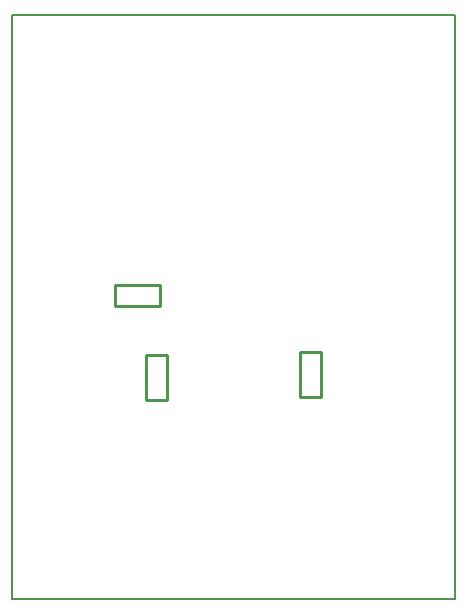
<source format=gm1>
%FSLAX25Y25*%
%MOIN*%
G70*
G01*
G75*
G04 Layer_Color=16711935*
%ADD10C,0.01244*%
%ADD11C,0.01772*%
%ADD12C,0.00787*%
%ADD13C,0.01000*%
%ADD14C,0.01575*%
%ADD15R,0.01969X0.01969*%
%ADD16R,0.01969X0.01969*%
%ADD17R,0.19291X0.19291*%
%ADD18O,0.00984X0.02756*%
%ADD19O,0.02756X0.00984*%
%ADD20R,0.04134X0.04134*%
%ADD21R,0.04134X0.08858*%
%ADD22R,0.01083X0.00984*%
%ADD23R,0.01083X0.01969*%
%ADD24R,0.03150X0.06693*%
%ADD25R,0.07992X0.05000*%
%ADD26R,0.05512X0.04724*%
%ADD27R,0.12992X0.12992*%
%ADD28O,0.00984X0.03150*%
%ADD29O,0.03150X0.00984*%
%ADD30R,0.03937X0.01575*%
%ADD31R,0.03150X0.03543*%
%ADD32R,0.03543X0.03150*%
%ADD33C,0.00787*%
%ADD34R,0.02362X0.01969*%
%ADD35C,0.05906*%
%ADD36O,0.02559X0.00984*%
%ADD37O,0.00984X0.02559*%
%ADD38R,0.11024X0.11024*%
%ADD39R,0.03543X0.06299*%
%ADD40R,0.04921X0.07874*%
%ADD41R,0.05118X0.06693*%
%ADD42O,0.02559X0.00787*%
%ADD43O,0.00787X0.02559*%
%ADD44R,0.03307X0.04803*%
%ADD45R,0.01740X0.01378*%
%ADD46R,0.01772X0.00984*%
%ADD47R,0.02756X0.06299*%
%ADD48C,0.01264*%
%ADD49C,0.01969*%
%ADD50C,0.00866*%
%ADD51C,0.00709*%
%ADD52C,0.00800*%
%ADD53C,0.00591*%
%ADD54C,0.00669*%
%ADD55C,0.00984*%
%ADD56C,0.01181*%
%ADD57C,0.01378*%
%ADD58C,0.01410*%
%ADD59R,0.01953X0.01969*%
%ADD60R,0.02953X0.01969*%
%ADD61R,0.05906X0.04134*%
%ADD62R,0.04423X0.05873*%
%ADD63R,0.09700X0.03900*%
%ADD64R,0.06400X0.04800*%
%ADD65R,0.02400X0.02800*%
%ADD66R,0.02800X0.02400*%
%ADD67R,0.02500X0.02800*%
%ADD68R,0.15900X0.01100*%
%ADD69R,0.02589X0.09647*%
%ADD70R,0.01975X0.09510*%
%ADD71R,0.05649X0.04800*%
%ADD72R,0.18046X0.01322*%
%ADD73R,0.18000X0.02233*%
%ADD74R,0.01364X0.08514*%
%ADD75R,0.01331X0.08465*%
%ADD76R,0.22123X0.02927*%
%ADD77R,0.09823X0.14573*%
%ADD78R,0.08600X0.05500*%
%ADD79R,0.08100X0.05600*%
%ADD80R,0.03700X0.03400*%
%ADD81R,0.06197X0.04400*%
%ADD82R,0.22700X0.03200*%
%ADD83R,0.08421X0.04909*%
%ADD84R,0.01422X0.05191*%
%ADD85R,0.01545X0.00445*%
%ADD86R,0.01558X0.02675*%
%ADD87R,0.04000X0.02020*%
%ADD88C,0.02165*%
%ADD89C,0.01969*%
%ADD90C,0.01575*%
%ADD91C,0.01772*%
%ADD92C,0.11811*%
%ADD93C,0.03543*%
%ADD94C,0.02598*%
%ADD95C,0.02756*%
%ADD96C,0.02559*%
%ADD97C,0.02362*%
%ADD98C,0.02756*%
%ADD99C,0.03937*%
%ADD100R,0.04724X0.05315*%
%ADD101R,0.03937X0.01378*%
%ADD102R,0.03937X0.05709*%
%ADD103R,0.05000X0.07992*%
%ADD104R,0.09843X0.06890*%
%ADD105R,0.00906X0.03150*%
%ADD106R,0.06299X0.09843*%
%ADD107R,0.04724X0.19685*%
%ADD108R,0.06299X0.11811*%
%ADD109O,0.00591X0.01969*%
%ADD110O,0.02953X0.00984*%
%ADD111O,0.00984X0.02953*%
%ADD112R,0.07087X0.07480*%
%ADD113R,0.09055X0.07480*%
%ADD114R,0.01575X0.05512*%
%ADD115C,0.00394*%
%ADD116C,0.00276*%
%ADD117C,0.00291*%
%ADD118R,0.06800X0.02800*%
%ADD119R,0.03123X0.17100*%
%ADD120R,0.05000X0.10600*%
%ADD121R,0.11300X0.04200*%
%ADD122R,0.50400X0.01200*%
%ADD123R,0.02911X0.17100*%
%ADD124R,0.12600X0.02800*%
%ADD125R,0.02756X0.02756*%
%ADD126R,0.02756X0.02756*%
%ADD127R,0.20079X0.20079*%
%ADD128O,0.01772X0.03543*%
%ADD129O,0.03543X0.01772*%
%ADD130R,0.04921X0.04921*%
%ADD131R,0.04921X0.09646*%
%ADD132R,0.01870X0.01772*%
%ADD133R,0.01870X0.02756*%
%ADD134R,0.03937X0.07480*%
%ADD135R,0.08780X0.05787*%
%ADD136R,0.06299X0.05512*%
%ADD137R,0.13780X0.13780*%
%ADD138O,0.01772X0.03937*%
%ADD139O,0.03937X0.01772*%
%ADD140R,0.04567X0.02205*%
%ADD141R,0.03937X0.04331*%
%ADD142R,0.04331X0.03937*%
%ADD143C,0.01339*%
%ADD144R,0.03150X0.02756*%
%ADD145C,0.06693*%
%ADD146O,0.03347X0.01772*%
%ADD147O,0.01772X0.03347*%
%ADD148R,0.11811X0.11811*%
%ADD149R,0.04331X0.07087*%
%ADD150R,0.05709X0.08661*%
%ADD151R,0.05906X0.07480*%
%ADD152O,0.03110X0.01339*%
%ADD153O,0.01339X0.03110*%
%ADD154R,0.04095X0.05591*%
%ADD155R,0.02528X0.02165*%
%ADD156R,0.02165X0.01378*%
%ADD157C,0.02953*%
%ADD158C,0.02126*%
%ADD159C,0.12598*%
%ADD160C,0.04331*%
%ADD161C,0.02559*%
%ADD162C,0.03150*%
%ADD163R,0.05039X0.05630*%
%ADD164R,0.04252X0.01693*%
%ADD165R,0.04724X0.06496*%
%ADD166R,0.05787X0.08780*%
%ADD167R,0.10642X0.07690*%
%ADD168R,0.01299X0.03543*%
%ADD169R,0.07087X0.10630*%
%ADD170R,0.05118X0.20079*%
%ADD171R,0.06693X0.12205*%
%ADD172O,0.00984X0.02362*%
%ADD173O,0.03740X0.01772*%
%ADD174O,0.01772X0.03740*%
%ADD175R,0.07874X0.08268*%
%ADD176R,0.09843X0.08268*%
%ADD177R,0.02362X0.06299*%
%ADD178C,0.02756*%
%ADD179C,0.03386*%
%ADD180C,0.00298*%
D12*
X0Y0D02*
Y194587D01*
Y0D02*
X147638D01*
X0Y194587D02*
X147638D01*
Y0D02*
Y194587D01*
X0Y0D02*
Y194587D01*
Y0D02*
X147638D01*
X0Y194587D02*
X147638D01*
Y0D02*
Y194587D01*
D13*
X44700Y81500D02*
X51700D01*
Y66500D02*
Y81500D01*
X44700Y66500D02*
X51700D01*
X44700D02*
Y81500D01*
X95811Y67260D02*
Y82260D01*
X102811D01*
Y67260D02*
Y82260D01*
X95811Y67260D02*
X102811D01*
X34189Y104583D02*
X49189D01*
Y97583D02*
Y104583D01*
X34189Y97583D02*
X49189D01*
X34189D02*
Y104583D01*
X44700Y81500D02*
X51700D01*
Y66500D02*
Y81500D01*
X44700Y66500D02*
X51700D01*
X44700D02*
Y81500D01*
X95811Y67260D02*
Y82260D01*
X102811D01*
Y67260D02*
Y82260D01*
X95811Y67260D02*
X102811D01*
X34189Y104583D02*
X49189D01*
Y97583D02*
Y104583D01*
X34189Y97583D02*
X49189D01*
X34189D02*
Y104583D01*
M02*

</source>
